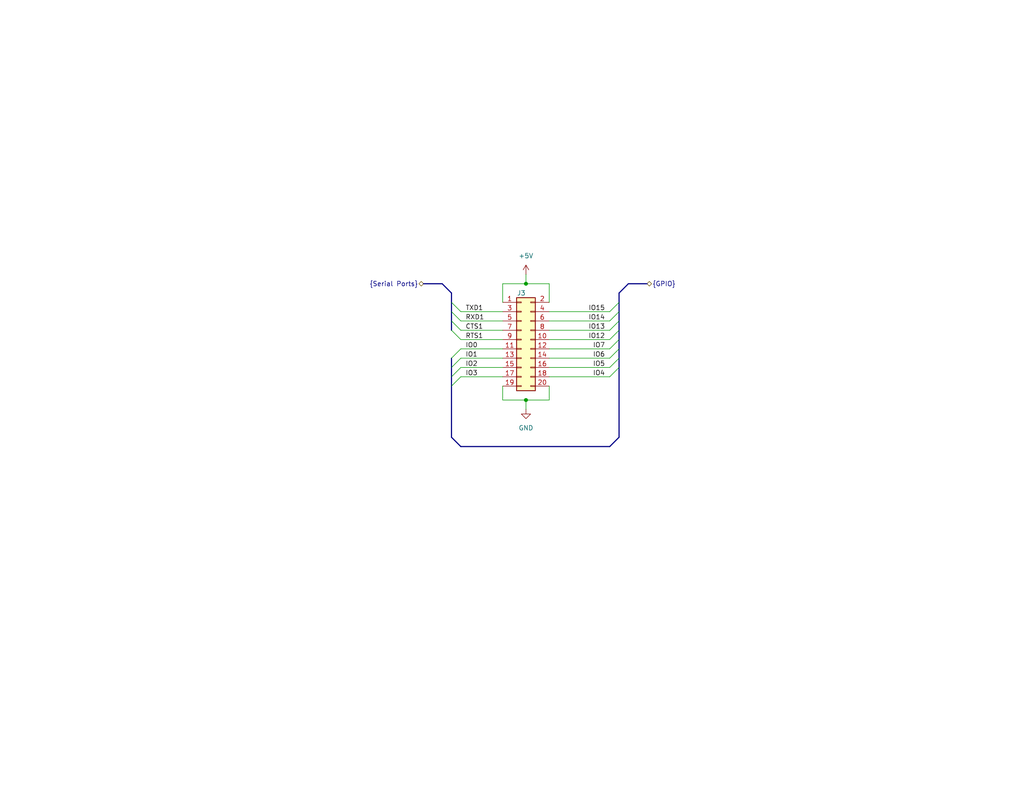
<source format=kicad_sch>
(kicad_sch (version 20230121) (generator eeschema)
  (paper "USLetter")
  (lib_symbols
    (symbol "Turaco:Conn_02x10_Odd_Even" (pin_names (offset 1.016) hide)
      (property "Reference" "J" (at 1.27 12.7 0))
      (property "Value" "Conn_02x10_Odd_Even" (at 1.27 -15.24 0))
      (symbol "Conn_02x10_Odd_Even_1_1"
        (rectangle (start -1.27 -12.573) (end 0 -12.827) (stroke (width 0.1524)))
        (rectangle (start -1.27 -10.033) (end 0 -10.287) (stroke (width 0.1524)))
        (rectangle (start -1.27 -7.493) (end 0 -7.747) (stroke (width 0.1524)))
        (rectangle (start -1.27 -4.953) (end 0 -5.207) (stroke (width 0.1524)))
        (rectangle (start -1.27 -2.413) (end 0 -2.667) (stroke (width 0.1524)))
        (rectangle (start -1.27 0.127) (end 0 -0.127) (stroke (width 0.1524)))
        (rectangle (start -1.27 2.667) (end 0 2.413) (stroke (width 0.1524)))
        (rectangle (start -1.27 5.207) (end 0 4.953) (stroke (width 0.1524)))
        (rectangle (start -1.27 7.747) (end 0 7.493) (stroke (width 0.1524)))
        (rectangle (start -1.27 10.287) (end 0 10.033) (stroke (width 0.1524)))
        (rectangle (start -1.27 11.43) (end 3.81 -13.97) (stroke (width 0.254)) (fill (type background)))
        (rectangle (start 3.81 -12.573) (end 2.54 -12.827) (stroke (width 0.1524)))
        (rectangle (start 3.81 -10.033) (end 2.54 -10.287) (stroke (width 0.1524)))
        (rectangle (start 3.81 -7.493) (end 2.54 -7.747) (stroke (width 0.1524)))
        (rectangle (start 3.81 -4.953) (end 2.54 -5.207) (stroke (width 0.1524)))
        (rectangle (start 3.81 -2.413) (end 2.54 -2.667) (stroke (width 0.1524)))
        (rectangle (start 3.81 0.127) (end 2.54 -0.127) (stroke (width 0.1524)))
        (rectangle (start 3.81 2.667) (end 2.54 2.413) (stroke (width 0.1524)))
        (rectangle (start 3.81 5.207) (end 2.54 4.953) (stroke (width 0.1524)))
        (rectangle (start 3.81 7.747) (end 2.54 7.493) (stroke (width 0.1524)))
        (rectangle (start 3.81 10.287) (end 2.54 10.033) (stroke (width 0.1524)))
        (pin passive line (at -5.08 10.16 0) (length 3.81) (name "Pin_1") (number "1"))
        (pin passive line (at 7.62 0 180) (length 3.81) (name "Pin_10") (number "10"))
        (pin passive line (at -5.08 -2.54 0) (length 3.81) (name "Pin_11") (number "11"))
        (pin passive line (at 7.62 -2.54 180) (length 3.81) (name "Pin_12") (number "12"))
        (pin passive line (at -5.08 -5.08 0) (length 3.81) (name "Pin_13") (number "13"))
        (pin passive line (at 7.62 -5.08 180) (length 3.81) (name "Pin_14") (number "14"))
        (pin passive line (at -5.08 -7.62 0) (length 3.81) (name "Pin_15") (number "15"))
        (pin passive line (at 7.62 -7.62 180) (length 3.81) (name "Pin_16") (number "16"))
        (pin passive line (at -5.08 -10.16 0) (length 3.81) (name "Pin_17") (number "17"))
        (pin passive line (at 7.62 -10.16 180) (length 3.81) (name "Pin_18") (number "18"))
        (pin passive line (at -5.08 -12.7 0) (length 3.81) (name "Pin_19") (number "19"))
        (pin passive line (at 7.62 10.16 180) (length 3.81) (name "Pin_2") (number "2"))
        (pin passive line (at 7.62 -12.7 180) (length 3.81) (name "Pin_20") (number "20"))
        (pin passive line (at -5.08 7.62 0) (length 3.81) (name "Pin_3") (number "3"))
        (pin passive line (at 7.62 7.62 180) (length 3.81) (name "Pin_4") (number "4"))
        (pin passive line (at -5.08 5.08 0) (length 3.81) (name "Pin_5") (number "5"))
        (pin passive line (at 7.62 5.08 180) (length 3.81) (name "Pin_6") (number "6"))
        (pin passive line (at -5.08 2.54 0) (length 3.81) (name "Pin_7") (number "7"))
        (pin passive line (at 7.62 2.54 180) (length 3.81) (name "Pin_8") (number "8"))
        (pin passive line (at -5.08 0 0) (length 3.81) (name "Pin_9") (number "9"))
      )
    )
    (symbol "power:+5V" (power) (pin_names (offset 0))
      (property "Value" "+5V" (at 0 3.556 0))
      (symbol "+5V_0_1"
        (polyline (pts (xy -0.762 1.27) (xy 0 2.54)))
        (polyline (pts (xy 0 0) (xy 0 2.54)))
        (polyline (pts (xy 0 2.54) (xy 0.762 1.27)))
      )
      (symbol "+5V_1_1"
        (pin power_in line (at 0 0 90) (length 0) hide (name "+5V") (number "1"))
      )
    )
    (symbol "power:GND" (power) (pin_names (offset 0))
      (property "Value" "GND" (at 0 -3.81 0))
      (symbol "GND_0_1"
        (polyline (pts (xy 0 0) (xy 0 -1.27) (xy 1.27 -1.27) (xy 0 -2.54) (xy -1.27 -1.27) (xy 0 -1.27)))
      )
      (symbol "GND_1_1"
        (pin power_in line (at 0 0 270) (length 0) hide (name "GND") (number "1"))
      )
    )
  )
  (junction (at 143.51 109.22))
  (junction (at 143.51 77.47))
  (bus_entry (at 123.19 85.09) (size 2.54 2.54))
  (bus_entry (at 168.91 95.25) (size -2.54 2.54))
  (bus_entry (at 123.19 90.17) (size 2.54 2.54))
  (bus_entry (at 168.91 82.55) (size -2.54 2.54))
  (bus_entry (at 123.19 100.33) (size 2.54 -2.54))
  (bus_entry (at 123.19 105.41) (size 2.54 -2.54))
  (bus_entry (at 123.19 102.87) (size 2.54 -2.54))
  (bus_entry (at 123.19 87.63) (size 2.54 2.54))
  (bus_entry (at 168.91 87.63) (size -2.54 2.54))
  (bus_entry (at 168.91 97.79) (size -2.54 2.54))
  (bus_entry (at 123.19 97.79) (size 2.54 -2.54))
  (bus_entry (at 168.91 85.09) (size -2.54 2.54))
  (bus_entry (at 123.19 82.55) (size 2.54 2.54))
  (bus_entry (at 168.91 100.33) (size -2.54 2.54))
  (bus_entry (at 168.91 92.71) (size -2.54 2.54))
  (bus_entry (at 168.91 90.17) (size -2.54 2.54))
  (wire (pts (xy 137.16 109.22) (xy 143.51 109.22)))
  (wire (pts (xy 149.86 105.41) (xy 149.86 109.22)))
  (bus (pts (xy 123.19 105.41) (xy 123.19 119.38)))
  (wire (pts (xy 149.86 77.47) (xy 149.86 82.55)))
  (wire (pts (xy 125.73 97.79) (xy 137.16 97.79)))
  (wire (pts (xy 143.51 77.47) (xy 149.86 77.47)))
  (bus (pts (xy 123.19 100.33) (xy 123.19 102.87)))
  (wire (pts (xy 125.73 92.71) (xy 137.16 92.71)))
  (wire (pts (xy 137.16 77.47) (xy 143.51 77.47)))
  (bus (pts (xy 168.91 100.33) (xy 168.91 119.38)))
  (bus (pts (xy 168.91 95.25) (xy 168.91 97.79)))
  (bus (pts (xy 125.73 121.92) (xy 123.19 119.38)))
  (bus (pts (xy 115.57 77.47) (xy 120.65 77.47)))
  (wire (pts (xy 149.86 100.33) (xy 166.37 100.33)))
  (wire (pts (xy 143.51 74.93) (xy 143.51 77.47)))
  (wire (pts (xy 143.51 109.22) (xy 149.86 109.22)))
  (wire (pts (xy 149.86 87.63) (xy 166.37 87.63)))
  (wire (pts (xy 149.86 95.25) (xy 166.37 95.25)))
  (bus (pts (xy 120.65 77.47) (xy 123.19 80.01)))
  (wire (pts (xy 137.16 77.47) (xy 137.16 82.55)))
  (bus (pts (xy 171.45 77.47) (xy 168.91 80.01)))
  (bus (pts (xy 168.91 85.09) (xy 168.91 87.63)))
  (bus (pts (xy 168.91 82.55) (xy 168.91 85.09)))
  (bus (pts (xy 166.37 121.92) (xy 125.73 121.92)))
  (bus (pts (xy 123.19 80.01) (xy 123.19 82.55)))
  (wire (pts (xy 125.73 85.09) (xy 137.16 85.09)))
  (wire (pts (xy 149.86 85.09) (xy 166.37 85.09)))
  (wire (pts (xy 137.16 105.41) (xy 137.16 109.22)))
  (bus (pts (xy 168.91 92.71) (xy 168.91 95.25)))
  (bus (pts (xy 123.19 85.09) (xy 123.19 87.63)))
  (wire (pts (xy 125.73 100.33) (xy 137.16 100.33)))
  (bus (pts (xy 123.19 82.55) (xy 123.19 85.09)))
  (bus (pts (xy 168.91 97.79) (xy 168.91 100.33)))
  (wire (pts (xy 125.73 95.25) (xy 137.16 95.25)))
  (wire (pts (xy 125.73 102.87) (xy 137.16 102.87)))
  (wire (pts (xy 125.73 90.17) (xy 137.16 90.17)))
  (bus (pts (xy 168.91 90.17) (xy 168.91 92.71)))
  (bus (pts (xy 123.19 102.87) (xy 123.19 105.41)))
  (wire (pts (xy 149.86 90.17) (xy 166.37 90.17)))
  (wire (pts (xy 125.73 87.63) (xy 137.16 87.63)))
  (bus (pts (xy 123.19 97.79) (xy 123.19 100.33)))
  (bus (pts (xy 168.91 119.38) (xy 166.37 121.92)))
  (wire (pts (xy 149.86 102.87) (xy 166.37 102.87)))
  (bus (pts (xy 168.91 87.63) (xy 168.91 90.17)))
  (bus (pts (xy 168.91 80.01) (xy 168.91 82.55)))
  (wire (pts (xy 143.51 109.22) (xy 143.51 111.76)))
  (wire (pts (xy 149.86 92.71) (xy 166.37 92.71)))
  (bus (pts (xy 123.19 87.63) (xy 123.19 90.17)))
  (bus (pts (xy 171.45 77.47) (xy 176.53 77.47)))
  (wire (pts (xy 149.86 97.79) (xy 166.37 97.79)))
  (label "IO5" (at 165.1 100.33 180))
  (label "IO12" (at 165.1 92.71 180))
  (label "IO14" (at 165.1 87.63 180))
  (label "IO6" (at 165.1 97.79 180))
  (label "IO2" (at 127 100.33 0))
  (label "IO7" (at 165.1 95.25 180))
  (label "IO4" (at 165.1 102.87 180))
  (label "IO3" (at 127 102.87 0))
  (label "RXD1" (at 127 87.63 0))
  (label "RTS1" (at 127 92.71 0))
  (label "IO15" (at 165.1 85.09 180))
  (label "IO13" (at 165.1 90.17 180))
  (label "CTS1" (at 127 90.17 0))
  (label "IO0" (at 127 95.25 0))
  (label "IO1" (at 127 97.79 0))
  (label "TXD1" (at 127 85.09 0))
  (hierarchical_label "{GPIO}" (shape bidirectional) (at 176.53 77.47 0))
  (hierarchical_label "{Serial Ports}" (shape bidirectional) (at 115.57 77.47 180))
  (symbol (lib_id "power:GND") (at 143.51 111.76 0) (unit 1)
    (property "Reference" "#PWR0115" (effects hide))
    (property "Value" "GND" (at 143.51 116.84 0))
  )
  (symbol (lib_id "Turaco:Conn_02x10_Odd_Even") (at 142.24 92.71 0) (unit 1)
    (property "Reference" "J3" (at 142.24 80.01 0))
    (property "Value" "Conn_02x10_Odd_Even" (effects hide))
  )
  (symbol (lib_id "power:+5V") (at 143.51 74.93 0) (unit 1)
    (property "Reference" "#PWR0114" (effects hide))
    (property "Value" "+5V" (at 143.51 69.85 0))
  )
)
</source>
